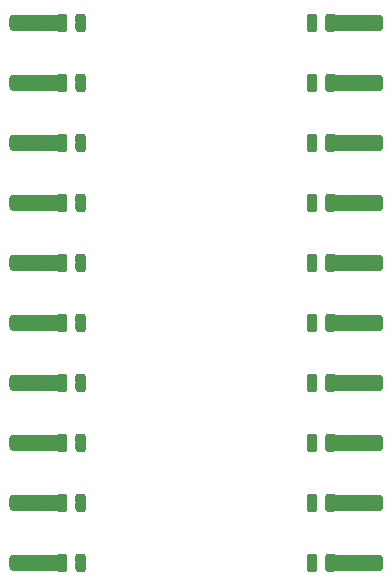
<source format=gtp>
G04 #@! TF.GenerationSoftware,KiCad,Pcbnew,5.1.9-73d0e3b20d~88~ubuntu20.04.1*
G04 #@! TF.CreationDate,2021-06-04T14:41:46+03:00*
G04 #@! TF.ProjectId,cable_to_square_pin,6361626c-655f-4746-9f5f-737175617265,rev?*
G04 #@! TF.SameCoordinates,Original*
G04 #@! TF.FileFunction,Paste,Top*
G04 #@! TF.FilePolarity,Positive*
%FSLAX46Y46*%
G04 Gerber Fmt 4.6, Leading zero omitted, Abs format (unit mm)*
G04 Created by KiCad (PCBNEW 5.1.9-73d0e3b20d~88~ubuntu20.04.1) date 2021-06-04 14:41:46*
%MOMM*%
%LPD*%
G01*
G04 APERTURE LIST*
G04 APERTURE END LIST*
G04 #@! TO.C,J1*
G36*
G01*
X107860000Y-121020000D02*
X111460000Y-121020000D01*
G75*
G02*
X111810000Y-121370000I0J-350000D01*
G01*
X111810000Y-122070000D01*
G75*
G02*
X111460000Y-122420000I-350000J0D01*
G01*
X107860000Y-122420000D01*
G75*
G02*
X107510000Y-122070000I0J350000D01*
G01*
X107510000Y-121370000D01*
G75*
G02*
X107860000Y-121020000I350000J0D01*
G01*
G37*
G04 #@! TD*
G04 #@! TO.C,C1*
G36*
G01*
X106910000Y-75956250D02*
X106910000Y-75443750D01*
G75*
G02*
X107128750Y-75225000I218750J0D01*
G01*
X107566250Y-75225000D01*
G75*
G02*
X107785000Y-75443750I0J-218750D01*
G01*
X107785000Y-75956250D01*
G75*
G02*
X107566250Y-76175000I-218750J0D01*
G01*
X107128750Y-76175000D01*
G75*
G02*
X106910000Y-75956250I0J218750D01*
G01*
G37*
G36*
G01*
X105335000Y-75956250D02*
X105335000Y-75443750D01*
G75*
G02*
X105553750Y-75225000I218750J0D01*
G01*
X105991250Y-75225000D01*
G75*
G02*
X106210000Y-75443750I0J-218750D01*
G01*
X106210000Y-75956250D01*
G75*
G02*
X105991250Y-76175000I-218750J0D01*
G01*
X105553750Y-76175000D01*
G75*
G02*
X105335000Y-75956250I0J218750D01*
G01*
G37*
G04 #@! TD*
G04 #@! TO.C,R1*
G36*
G01*
X106910000Y-76556250D02*
X106910000Y-76043750D01*
G75*
G02*
X107128750Y-75825000I218750J0D01*
G01*
X107566250Y-75825000D01*
G75*
G02*
X107785000Y-76043750I0J-218750D01*
G01*
X107785000Y-76556250D01*
G75*
G02*
X107566250Y-76775000I-218750J0D01*
G01*
X107128750Y-76775000D01*
G75*
G02*
X106910000Y-76556250I0J218750D01*
G01*
G37*
G36*
G01*
X105335000Y-76556250D02*
X105335000Y-76043750D01*
G75*
G02*
X105553750Y-75825000I218750J0D01*
G01*
X105991250Y-75825000D01*
G75*
G02*
X106210000Y-76043750I0J-218750D01*
G01*
X106210000Y-76556250D01*
G75*
G02*
X105991250Y-76775000I-218750J0D01*
G01*
X105553750Y-76775000D01*
G75*
G02*
X105335000Y-76556250I0J218750D01*
G01*
G37*
G04 #@! TD*
G04 #@! TO.C,J1*
G36*
G01*
X107860000Y-85460000D02*
X111460000Y-85460000D01*
G75*
G02*
X111810000Y-85810000I0J-350000D01*
G01*
X111810000Y-86510000D01*
G75*
G02*
X111460000Y-86860000I-350000J0D01*
G01*
X107860000Y-86860000D01*
G75*
G02*
X107510000Y-86510000I0J350000D01*
G01*
X107510000Y-85810000D01*
G75*
G02*
X107860000Y-85460000I350000J0D01*
G01*
G37*
G04 #@! TD*
G04 #@! TO.C,R1*
G36*
G01*
X105335000Y-112116250D02*
X105335000Y-111603750D01*
G75*
G02*
X105553750Y-111385000I218750J0D01*
G01*
X105991250Y-111385000D01*
G75*
G02*
X106210000Y-111603750I0J-218750D01*
G01*
X106210000Y-112116250D01*
G75*
G02*
X105991250Y-112335000I-218750J0D01*
G01*
X105553750Y-112335000D01*
G75*
G02*
X105335000Y-112116250I0J218750D01*
G01*
G37*
G36*
G01*
X106910000Y-112116250D02*
X106910000Y-111603750D01*
G75*
G02*
X107128750Y-111385000I218750J0D01*
G01*
X107566250Y-111385000D01*
G75*
G02*
X107785000Y-111603750I0J-218750D01*
G01*
X107785000Y-112116250D01*
G75*
G02*
X107566250Y-112335000I-218750J0D01*
G01*
X107128750Y-112335000D01*
G75*
G02*
X106910000Y-112116250I0J218750D01*
G01*
G37*
G04 #@! TD*
G04 #@! TO.C,R1*
G36*
G01*
X106910000Y-117196250D02*
X106910000Y-116683750D01*
G75*
G02*
X107128750Y-116465000I218750J0D01*
G01*
X107566250Y-116465000D01*
G75*
G02*
X107785000Y-116683750I0J-218750D01*
G01*
X107785000Y-117196250D01*
G75*
G02*
X107566250Y-117415000I-218750J0D01*
G01*
X107128750Y-117415000D01*
G75*
G02*
X106910000Y-117196250I0J218750D01*
G01*
G37*
G36*
G01*
X105335000Y-117196250D02*
X105335000Y-116683750D01*
G75*
G02*
X105553750Y-116465000I218750J0D01*
G01*
X105991250Y-116465000D01*
G75*
G02*
X106210000Y-116683750I0J-218750D01*
G01*
X106210000Y-117196250D01*
G75*
G02*
X105991250Y-117415000I-218750J0D01*
G01*
X105553750Y-117415000D01*
G75*
G02*
X105335000Y-117196250I0J218750D01*
G01*
G37*
G04 #@! TD*
G04 #@! TO.C,J1*
G36*
G01*
X107860000Y-80380000D02*
X111460000Y-80380000D01*
G75*
G02*
X111810000Y-80730000I0J-350000D01*
G01*
X111810000Y-81430000D01*
G75*
G02*
X111460000Y-81780000I-350000J0D01*
G01*
X107860000Y-81780000D01*
G75*
G02*
X107510000Y-81430000I0J350000D01*
G01*
X107510000Y-80730000D01*
G75*
G02*
X107860000Y-80380000I350000J0D01*
G01*
G37*
G04 #@! TD*
G04 #@! TO.C,R1*
G36*
G01*
X105335000Y-81636250D02*
X105335000Y-81123750D01*
G75*
G02*
X105553750Y-80905000I218750J0D01*
G01*
X105991250Y-80905000D01*
G75*
G02*
X106210000Y-81123750I0J-218750D01*
G01*
X106210000Y-81636250D01*
G75*
G02*
X105991250Y-81855000I-218750J0D01*
G01*
X105553750Y-81855000D01*
G75*
G02*
X105335000Y-81636250I0J218750D01*
G01*
G37*
G36*
G01*
X106910000Y-81636250D02*
X106910000Y-81123750D01*
G75*
G02*
X107128750Y-80905000I218750J0D01*
G01*
X107566250Y-80905000D01*
G75*
G02*
X107785000Y-81123750I0J-218750D01*
G01*
X107785000Y-81636250D01*
G75*
G02*
X107566250Y-81855000I-218750J0D01*
G01*
X107128750Y-81855000D01*
G75*
G02*
X106910000Y-81636250I0J218750D01*
G01*
G37*
G04 #@! TD*
G04 #@! TO.C,J1*
G36*
G01*
X107860000Y-95620000D02*
X111460000Y-95620000D01*
G75*
G02*
X111810000Y-95970000I0J-350000D01*
G01*
X111810000Y-96670000D01*
G75*
G02*
X111460000Y-97020000I-350000J0D01*
G01*
X107860000Y-97020000D01*
G75*
G02*
X107510000Y-96670000I0J350000D01*
G01*
X107510000Y-95970000D01*
G75*
G02*
X107860000Y-95620000I350000J0D01*
G01*
G37*
G04 #@! TD*
G04 #@! TO.C,R1*
G36*
G01*
X105335000Y-91796250D02*
X105335000Y-91283750D01*
G75*
G02*
X105553750Y-91065000I218750J0D01*
G01*
X105991250Y-91065000D01*
G75*
G02*
X106210000Y-91283750I0J-218750D01*
G01*
X106210000Y-91796250D01*
G75*
G02*
X105991250Y-92015000I-218750J0D01*
G01*
X105553750Y-92015000D01*
G75*
G02*
X105335000Y-91796250I0J218750D01*
G01*
G37*
G36*
G01*
X106910000Y-91796250D02*
X106910000Y-91283750D01*
G75*
G02*
X107128750Y-91065000I218750J0D01*
G01*
X107566250Y-91065000D01*
G75*
G02*
X107785000Y-91283750I0J-218750D01*
G01*
X107785000Y-91796250D01*
G75*
G02*
X107566250Y-92015000I-218750J0D01*
G01*
X107128750Y-92015000D01*
G75*
G02*
X106910000Y-91796250I0J218750D01*
G01*
G37*
G04 #@! TD*
G04 #@! TO.C,J1*
G36*
G01*
X107860000Y-100700000D02*
X111460000Y-100700000D01*
G75*
G02*
X111810000Y-101050000I0J-350000D01*
G01*
X111810000Y-101750000D01*
G75*
G02*
X111460000Y-102100000I-350000J0D01*
G01*
X107860000Y-102100000D01*
G75*
G02*
X107510000Y-101750000I0J350000D01*
G01*
X107510000Y-101050000D01*
G75*
G02*
X107860000Y-100700000I350000J0D01*
G01*
G37*
G04 #@! TD*
G04 #@! TO.C,J1*
G36*
G01*
X107860000Y-115940000D02*
X111460000Y-115940000D01*
G75*
G02*
X111810000Y-116290000I0J-350000D01*
G01*
X111810000Y-116990000D01*
G75*
G02*
X111460000Y-117340000I-350000J0D01*
G01*
X107860000Y-117340000D01*
G75*
G02*
X107510000Y-116990000I0J350000D01*
G01*
X107510000Y-116290000D01*
G75*
G02*
X107860000Y-115940000I350000J0D01*
G01*
G37*
G04 #@! TD*
G04 #@! TO.C,C1*
G36*
G01*
X105335000Y-111516250D02*
X105335000Y-111003750D01*
G75*
G02*
X105553750Y-110785000I218750J0D01*
G01*
X105991250Y-110785000D01*
G75*
G02*
X106210000Y-111003750I0J-218750D01*
G01*
X106210000Y-111516250D01*
G75*
G02*
X105991250Y-111735000I-218750J0D01*
G01*
X105553750Y-111735000D01*
G75*
G02*
X105335000Y-111516250I0J218750D01*
G01*
G37*
G36*
G01*
X106910000Y-111516250D02*
X106910000Y-111003750D01*
G75*
G02*
X107128750Y-110785000I218750J0D01*
G01*
X107566250Y-110785000D01*
G75*
G02*
X107785000Y-111003750I0J-218750D01*
G01*
X107785000Y-111516250D01*
G75*
G02*
X107566250Y-111735000I-218750J0D01*
G01*
X107128750Y-111735000D01*
G75*
G02*
X106910000Y-111516250I0J218750D01*
G01*
G37*
G04 #@! TD*
G04 #@! TO.C,C1*
G36*
G01*
X106910000Y-96276250D02*
X106910000Y-95763750D01*
G75*
G02*
X107128750Y-95545000I218750J0D01*
G01*
X107566250Y-95545000D01*
G75*
G02*
X107785000Y-95763750I0J-218750D01*
G01*
X107785000Y-96276250D01*
G75*
G02*
X107566250Y-96495000I-218750J0D01*
G01*
X107128750Y-96495000D01*
G75*
G02*
X106910000Y-96276250I0J218750D01*
G01*
G37*
G36*
G01*
X105335000Y-96276250D02*
X105335000Y-95763750D01*
G75*
G02*
X105553750Y-95545000I218750J0D01*
G01*
X105991250Y-95545000D01*
G75*
G02*
X106210000Y-95763750I0J-218750D01*
G01*
X106210000Y-96276250D01*
G75*
G02*
X105991250Y-96495000I-218750J0D01*
G01*
X105553750Y-96495000D01*
G75*
G02*
X105335000Y-96276250I0J218750D01*
G01*
G37*
G04 #@! TD*
G04 #@! TO.C,C1*
G36*
G01*
X105335000Y-81036250D02*
X105335000Y-80523750D01*
G75*
G02*
X105553750Y-80305000I218750J0D01*
G01*
X105991250Y-80305000D01*
G75*
G02*
X106210000Y-80523750I0J-218750D01*
G01*
X106210000Y-81036250D01*
G75*
G02*
X105991250Y-81255000I-218750J0D01*
G01*
X105553750Y-81255000D01*
G75*
G02*
X105335000Y-81036250I0J218750D01*
G01*
G37*
G36*
G01*
X106910000Y-81036250D02*
X106910000Y-80523750D01*
G75*
G02*
X107128750Y-80305000I218750J0D01*
G01*
X107566250Y-80305000D01*
G75*
G02*
X107785000Y-80523750I0J-218750D01*
G01*
X107785000Y-81036250D01*
G75*
G02*
X107566250Y-81255000I-218750J0D01*
G01*
X107128750Y-81255000D01*
G75*
G02*
X106910000Y-81036250I0J218750D01*
G01*
G37*
G04 #@! TD*
G04 #@! TO.C,J1*
G36*
G01*
X107860000Y-75300000D02*
X111460000Y-75300000D01*
G75*
G02*
X111810000Y-75650000I0J-350000D01*
G01*
X111810000Y-76350000D01*
G75*
G02*
X111460000Y-76700000I-350000J0D01*
G01*
X107860000Y-76700000D01*
G75*
G02*
X107510000Y-76350000I0J350000D01*
G01*
X107510000Y-75650000D01*
G75*
G02*
X107860000Y-75300000I350000J0D01*
G01*
G37*
G04 #@! TD*
G04 #@! TO.C,R1*
G36*
G01*
X106910000Y-107036250D02*
X106910000Y-106523750D01*
G75*
G02*
X107128750Y-106305000I218750J0D01*
G01*
X107566250Y-106305000D01*
G75*
G02*
X107785000Y-106523750I0J-218750D01*
G01*
X107785000Y-107036250D01*
G75*
G02*
X107566250Y-107255000I-218750J0D01*
G01*
X107128750Y-107255000D01*
G75*
G02*
X106910000Y-107036250I0J218750D01*
G01*
G37*
G36*
G01*
X105335000Y-107036250D02*
X105335000Y-106523750D01*
G75*
G02*
X105553750Y-106305000I218750J0D01*
G01*
X105991250Y-106305000D01*
G75*
G02*
X106210000Y-106523750I0J-218750D01*
G01*
X106210000Y-107036250D01*
G75*
G02*
X105991250Y-107255000I-218750J0D01*
G01*
X105553750Y-107255000D01*
G75*
G02*
X105335000Y-107036250I0J218750D01*
G01*
G37*
G04 #@! TD*
G04 #@! TO.C,J1*
G36*
G01*
X107860000Y-110860000D02*
X111460000Y-110860000D01*
G75*
G02*
X111810000Y-111210000I0J-350000D01*
G01*
X111810000Y-111910000D01*
G75*
G02*
X111460000Y-112260000I-350000J0D01*
G01*
X107860000Y-112260000D01*
G75*
G02*
X107510000Y-111910000I0J350000D01*
G01*
X107510000Y-111210000D01*
G75*
G02*
X107860000Y-110860000I350000J0D01*
G01*
G37*
G04 #@! TD*
G04 #@! TO.C,J1*
G36*
G01*
X107860000Y-90540000D02*
X111460000Y-90540000D01*
G75*
G02*
X111810000Y-90890000I0J-350000D01*
G01*
X111810000Y-91590000D01*
G75*
G02*
X111460000Y-91940000I-350000J0D01*
G01*
X107860000Y-91940000D01*
G75*
G02*
X107510000Y-91590000I0J350000D01*
G01*
X107510000Y-90890000D01*
G75*
G02*
X107860000Y-90540000I350000J0D01*
G01*
G37*
G04 #@! TD*
G04 #@! TO.C,C1*
G36*
G01*
X105335000Y-101356250D02*
X105335000Y-100843750D01*
G75*
G02*
X105553750Y-100625000I218750J0D01*
G01*
X105991250Y-100625000D01*
G75*
G02*
X106210000Y-100843750I0J-218750D01*
G01*
X106210000Y-101356250D01*
G75*
G02*
X105991250Y-101575000I-218750J0D01*
G01*
X105553750Y-101575000D01*
G75*
G02*
X105335000Y-101356250I0J218750D01*
G01*
G37*
G36*
G01*
X106910000Y-101356250D02*
X106910000Y-100843750D01*
G75*
G02*
X107128750Y-100625000I218750J0D01*
G01*
X107566250Y-100625000D01*
G75*
G02*
X107785000Y-100843750I0J-218750D01*
G01*
X107785000Y-101356250D01*
G75*
G02*
X107566250Y-101575000I-218750J0D01*
G01*
X107128750Y-101575000D01*
G75*
G02*
X106910000Y-101356250I0J218750D01*
G01*
G37*
G04 #@! TD*
G04 #@! TO.C,C1*
G36*
G01*
X105335000Y-91196250D02*
X105335000Y-90683750D01*
G75*
G02*
X105553750Y-90465000I218750J0D01*
G01*
X105991250Y-90465000D01*
G75*
G02*
X106210000Y-90683750I0J-218750D01*
G01*
X106210000Y-91196250D01*
G75*
G02*
X105991250Y-91415000I-218750J0D01*
G01*
X105553750Y-91415000D01*
G75*
G02*
X105335000Y-91196250I0J218750D01*
G01*
G37*
G36*
G01*
X106910000Y-91196250D02*
X106910000Y-90683750D01*
G75*
G02*
X107128750Y-90465000I218750J0D01*
G01*
X107566250Y-90465000D01*
G75*
G02*
X107785000Y-90683750I0J-218750D01*
G01*
X107785000Y-91196250D01*
G75*
G02*
X107566250Y-91415000I-218750J0D01*
G01*
X107128750Y-91415000D01*
G75*
G02*
X106910000Y-91196250I0J218750D01*
G01*
G37*
G04 #@! TD*
G04 #@! TO.C,C1*
G36*
G01*
X106910000Y-116596250D02*
X106910000Y-116083750D01*
G75*
G02*
X107128750Y-115865000I218750J0D01*
G01*
X107566250Y-115865000D01*
G75*
G02*
X107785000Y-116083750I0J-218750D01*
G01*
X107785000Y-116596250D01*
G75*
G02*
X107566250Y-116815000I-218750J0D01*
G01*
X107128750Y-116815000D01*
G75*
G02*
X106910000Y-116596250I0J218750D01*
G01*
G37*
G36*
G01*
X105335000Y-116596250D02*
X105335000Y-116083750D01*
G75*
G02*
X105553750Y-115865000I218750J0D01*
G01*
X105991250Y-115865000D01*
G75*
G02*
X106210000Y-116083750I0J-218750D01*
G01*
X106210000Y-116596250D01*
G75*
G02*
X105991250Y-116815000I-218750J0D01*
G01*
X105553750Y-116815000D01*
G75*
G02*
X105335000Y-116596250I0J218750D01*
G01*
G37*
G04 #@! TD*
G04 #@! TO.C,J1*
G36*
G01*
X107860000Y-105780000D02*
X111460000Y-105780000D01*
G75*
G02*
X111810000Y-106130000I0J-350000D01*
G01*
X111810000Y-106830000D01*
G75*
G02*
X111460000Y-107180000I-350000J0D01*
G01*
X107860000Y-107180000D01*
G75*
G02*
X107510000Y-106830000I0J350000D01*
G01*
X107510000Y-106130000D01*
G75*
G02*
X107860000Y-105780000I350000J0D01*
G01*
G37*
G04 #@! TD*
G04 #@! TO.C,R1*
G36*
G01*
X106910000Y-86716250D02*
X106910000Y-86203750D01*
G75*
G02*
X107128750Y-85985000I218750J0D01*
G01*
X107566250Y-85985000D01*
G75*
G02*
X107785000Y-86203750I0J-218750D01*
G01*
X107785000Y-86716250D01*
G75*
G02*
X107566250Y-86935000I-218750J0D01*
G01*
X107128750Y-86935000D01*
G75*
G02*
X106910000Y-86716250I0J218750D01*
G01*
G37*
G36*
G01*
X105335000Y-86716250D02*
X105335000Y-86203750D01*
G75*
G02*
X105553750Y-85985000I218750J0D01*
G01*
X105991250Y-85985000D01*
G75*
G02*
X106210000Y-86203750I0J-218750D01*
G01*
X106210000Y-86716250D01*
G75*
G02*
X105991250Y-86935000I-218750J0D01*
G01*
X105553750Y-86935000D01*
G75*
G02*
X105335000Y-86716250I0J218750D01*
G01*
G37*
G04 #@! TD*
G04 #@! TO.C,C1*
G36*
G01*
X106910000Y-106436250D02*
X106910000Y-105923750D01*
G75*
G02*
X107128750Y-105705000I218750J0D01*
G01*
X107566250Y-105705000D01*
G75*
G02*
X107785000Y-105923750I0J-218750D01*
G01*
X107785000Y-106436250D01*
G75*
G02*
X107566250Y-106655000I-218750J0D01*
G01*
X107128750Y-106655000D01*
G75*
G02*
X106910000Y-106436250I0J218750D01*
G01*
G37*
G36*
G01*
X105335000Y-106436250D02*
X105335000Y-105923750D01*
G75*
G02*
X105553750Y-105705000I218750J0D01*
G01*
X105991250Y-105705000D01*
G75*
G02*
X106210000Y-105923750I0J-218750D01*
G01*
X106210000Y-106436250D01*
G75*
G02*
X105991250Y-106655000I-218750J0D01*
G01*
X105553750Y-106655000D01*
G75*
G02*
X105335000Y-106436250I0J218750D01*
G01*
G37*
G04 #@! TD*
G04 #@! TO.C,R1*
G36*
G01*
X105335000Y-122276250D02*
X105335000Y-121763750D01*
G75*
G02*
X105553750Y-121545000I218750J0D01*
G01*
X105991250Y-121545000D01*
G75*
G02*
X106210000Y-121763750I0J-218750D01*
G01*
X106210000Y-122276250D01*
G75*
G02*
X105991250Y-122495000I-218750J0D01*
G01*
X105553750Y-122495000D01*
G75*
G02*
X105335000Y-122276250I0J218750D01*
G01*
G37*
G36*
G01*
X106910000Y-122276250D02*
X106910000Y-121763750D01*
G75*
G02*
X107128750Y-121545000I218750J0D01*
G01*
X107566250Y-121545000D01*
G75*
G02*
X107785000Y-121763750I0J-218750D01*
G01*
X107785000Y-122276250D01*
G75*
G02*
X107566250Y-122495000I-218750J0D01*
G01*
X107128750Y-122495000D01*
G75*
G02*
X106910000Y-122276250I0J218750D01*
G01*
G37*
G04 #@! TD*
G04 #@! TO.C,R1*
G36*
G01*
X105335000Y-101956250D02*
X105335000Y-101443750D01*
G75*
G02*
X105553750Y-101225000I218750J0D01*
G01*
X105991250Y-101225000D01*
G75*
G02*
X106210000Y-101443750I0J-218750D01*
G01*
X106210000Y-101956250D01*
G75*
G02*
X105991250Y-102175000I-218750J0D01*
G01*
X105553750Y-102175000D01*
G75*
G02*
X105335000Y-101956250I0J218750D01*
G01*
G37*
G36*
G01*
X106910000Y-101956250D02*
X106910000Y-101443750D01*
G75*
G02*
X107128750Y-101225000I218750J0D01*
G01*
X107566250Y-101225000D01*
G75*
G02*
X107785000Y-101443750I0J-218750D01*
G01*
X107785000Y-101956250D01*
G75*
G02*
X107566250Y-102175000I-218750J0D01*
G01*
X107128750Y-102175000D01*
G75*
G02*
X106910000Y-101956250I0J218750D01*
G01*
G37*
G04 #@! TD*
G04 #@! TO.C,C1*
G36*
G01*
X105335000Y-121676250D02*
X105335000Y-121163750D01*
G75*
G02*
X105553750Y-120945000I218750J0D01*
G01*
X105991250Y-120945000D01*
G75*
G02*
X106210000Y-121163750I0J-218750D01*
G01*
X106210000Y-121676250D01*
G75*
G02*
X105991250Y-121895000I-218750J0D01*
G01*
X105553750Y-121895000D01*
G75*
G02*
X105335000Y-121676250I0J218750D01*
G01*
G37*
G36*
G01*
X106910000Y-121676250D02*
X106910000Y-121163750D01*
G75*
G02*
X107128750Y-120945000I218750J0D01*
G01*
X107566250Y-120945000D01*
G75*
G02*
X107785000Y-121163750I0J-218750D01*
G01*
X107785000Y-121676250D01*
G75*
G02*
X107566250Y-121895000I-218750J0D01*
G01*
X107128750Y-121895000D01*
G75*
G02*
X106910000Y-121676250I0J218750D01*
G01*
G37*
G04 #@! TD*
G04 #@! TO.C,C1*
G36*
G01*
X106910000Y-86116250D02*
X106910000Y-85603750D01*
G75*
G02*
X107128750Y-85385000I218750J0D01*
G01*
X107566250Y-85385000D01*
G75*
G02*
X107785000Y-85603750I0J-218750D01*
G01*
X107785000Y-86116250D01*
G75*
G02*
X107566250Y-86335000I-218750J0D01*
G01*
X107128750Y-86335000D01*
G75*
G02*
X106910000Y-86116250I0J218750D01*
G01*
G37*
G36*
G01*
X105335000Y-86116250D02*
X105335000Y-85603750D01*
G75*
G02*
X105553750Y-85385000I218750J0D01*
G01*
X105991250Y-85385000D01*
G75*
G02*
X106210000Y-85603750I0J-218750D01*
G01*
X106210000Y-86116250D01*
G75*
G02*
X105991250Y-86335000I-218750J0D01*
G01*
X105553750Y-86335000D01*
G75*
G02*
X105335000Y-86116250I0J218750D01*
G01*
G37*
G04 #@! TD*
G04 #@! TO.C,R1*
G36*
G01*
X106910000Y-96876250D02*
X106910000Y-96363750D01*
G75*
G02*
X107128750Y-96145000I218750J0D01*
G01*
X107566250Y-96145000D01*
G75*
G02*
X107785000Y-96363750I0J-218750D01*
G01*
X107785000Y-96876250D01*
G75*
G02*
X107566250Y-97095000I-218750J0D01*
G01*
X107128750Y-97095000D01*
G75*
G02*
X106910000Y-96876250I0J218750D01*
G01*
G37*
G36*
G01*
X105335000Y-96876250D02*
X105335000Y-96363750D01*
G75*
G02*
X105553750Y-96145000I218750J0D01*
G01*
X105991250Y-96145000D01*
G75*
G02*
X106210000Y-96363750I0J-218750D01*
G01*
X106210000Y-96876250D01*
G75*
G02*
X105991250Y-97095000I-218750J0D01*
G01*
X105553750Y-97095000D01*
G75*
G02*
X105335000Y-96876250I0J218750D01*
G01*
G37*
G04 #@! TD*
G04 #@! TO.C,J1*
G36*
G01*
X84100000Y-117340000D02*
X80500000Y-117340000D01*
G75*
G02*
X80150000Y-116990000I0J350000D01*
G01*
X80150000Y-116290000D01*
G75*
G02*
X80500000Y-115940000I350000J0D01*
G01*
X84100000Y-115940000D01*
G75*
G02*
X84450000Y-116290000I0J-350000D01*
G01*
X84450000Y-116990000D01*
G75*
G02*
X84100000Y-117340000I-350000J0D01*
G01*
G37*
G04 #@! TD*
G04 #@! TO.C,R1*
G36*
G01*
X86625000Y-121163750D02*
X86625000Y-121676250D01*
G75*
G02*
X86406250Y-121895000I-218750J0D01*
G01*
X85968750Y-121895000D01*
G75*
G02*
X85750000Y-121676250I0J218750D01*
G01*
X85750000Y-121163750D01*
G75*
G02*
X85968750Y-120945000I218750J0D01*
G01*
X86406250Y-120945000D01*
G75*
G02*
X86625000Y-121163750I0J-218750D01*
G01*
G37*
G36*
G01*
X85050000Y-121163750D02*
X85050000Y-121676250D01*
G75*
G02*
X84831250Y-121895000I-218750J0D01*
G01*
X84393750Y-121895000D01*
G75*
G02*
X84175000Y-121676250I0J218750D01*
G01*
X84175000Y-121163750D01*
G75*
G02*
X84393750Y-120945000I218750J0D01*
G01*
X84831250Y-120945000D01*
G75*
G02*
X85050000Y-121163750I0J-218750D01*
G01*
G37*
G04 #@! TD*
G04 #@! TO.C,J1*
G36*
G01*
X84100000Y-112260000D02*
X80500000Y-112260000D01*
G75*
G02*
X80150000Y-111910000I0J350000D01*
G01*
X80150000Y-111210000D01*
G75*
G02*
X80500000Y-110860000I350000J0D01*
G01*
X84100000Y-110860000D01*
G75*
G02*
X84450000Y-111210000I0J-350000D01*
G01*
X84450000Y-111910000D01*
G75*
G02*
X84100000Y-112260000I-350000J0D01*
G01*
G37*
G04 #@! TD*
G04 #@! TO.C,C1*
G36*
G01*
X85050000Y-116683750D02*
X85050000Y-117196250D01*
G75*
G02*
X84831250Y-117415000I-218750J0D01*
G01*
X84393750Y-117415000D01*
G75*
G02*
X84175000Y-117196250I0J218750D01*
G01*
X84175000Y-116683750D01*
G75*
G02*
X84393750Y-116465000I218750J0D01*
G01*
X84831250Y-116465000D01*
G75*
G02*
X85050000Y-116683750I0J-218750D01*
G01*
G37*
G36*
G01*
X86625000Y-116683750D02*
X86625000Y-117196250D01*
G75*
G02*
X86406250Y-117415000I-218750J0D01*
G01*
X85968750Y-117415000D01*
G75*
G02*
X85750000Y-117196250I0J218750D01*
G01*
X85750000Y-116683750D01*
G75*
G02*
X85968750Y-116465000I218750J0D01*
G01*
X86406250Y-116465000D01*
G75*
G02*
X86625000Y-116683750I0J-218750D01*
G01*
G37*
G04 #@! TD*
G04 #@! TO.C,J1*
G36*
G01*
X84100000Y-122420000D02*
X80500000Y-122420000D01*
G75*
G02*
X80150000Y-122070000I0J350000D01*
G01*
X80150000Y-121370000D01*
G75*
G02*
X80500000Y-121020000I350000J0D01*
G01*
X84100000Y-121020000D01*
G75*
G02*
X84450000Y-121370000I0J-350000D01*
G01*
X84450000Y-122070000D01*
G75*
G02*
X84100000Y-122420000I-350000J0D01*
G01*
G37*
G04 #@! TD*
G04 #@! TO.C,C1*
G36*
G01*
X86625000Y-111603750D02*
X86625000Y-112116250D01*
G75*
G02*
X86406250Y-112335000I-218750J0D01*
G01*
X85968750Y-112335000D01*
G75*
G02*
X85750000Y-112116250I0J218750D01*
G01*
X85750000Y-111603750D01*
G75*
G02*
X85968750Y-111385000I218750J0D01*
G01*
X86406250Y-111385000D01*
G75*
G02*
X86625000Y-111603750I0J-218750D01*
G01*
G37*
G36*
G01*
X85050000Y-111603750D02*
X85050000Y-112116250D01*
G75*
G02*
X84831250Y-112335000I-218750J0D01*
G01*
X84393750Y-112335000D01*
G75*
G02*
X84175000Y-112116250I0J218750D01*
G01*
X84175000Y-111603750D01*
G75*
G02*
X84393750Y-111385000I218750J0D01*
G01*
X84831250Y-111385000D01*
G75*
G02*
X85050000Y-111603750I0J-218750D01*
G01*
G37*
G04 #@! TD*
G04 #@! TO.C,C1*
G36*
G01*
X86625000Y-121763750D02*
X86625000Y-122276250D01*
G75*
G02*
X86406250Y-122495000I-218750J0D01*
G01*
X85968750Y-122495000D01*
G75*
G02*
X85750000Y-122276250I0J218750D01*
G01*
X85750000Y-121763750D01*
G75*
G02*
X85968750Y-121545000I218750J0D01*
G01*
X86406250Y-121545000D01*
G75*
G02*
X86625000Y-121763750I0J-218750D01*
G01*
G37*
G36*
G01*
X85050000Y-121763750D02*
X85050000Y-122276250D01*
G75*
G02*
X84831250Y-122495000I-218750J0D01*
G01*
X84393750Y-122495000D01*
G75*
G02*
X84175000Y-122276250I0J218750D01*
G01*
X84175000Y-121763750D01*
G75*
G02*
X84393750Y-121545000I218750J0D01*
G01*
X84831250Y-121545000D01*
G75*
G02*
X85050000Y-121763750I0J-218750D01*
G01*
G37*
G04 #@! TD*
G04 #@! TO.C,R1*
G36*
G01*
X86625000Y-111003750D02*
X86625000Y-111516250D01*
G75*
G02*
X86406250Y-111735000I-218750J0D01*
G01*
X85968750Y-111735000D01*
G75*
G02*
X85750000Y-111516250I0J218750D01*
G01*
X85750000Y-111003750D01*
G75*
G02*
X85968750Y-110785000I218750J0D01*
G01*
X86406250Y-110785000D01*
G75*
G02*
X86625000Y-111003750I0J-218750D01*
G01*
G37*
G36*
G01*
X85050000Y-111003750D02*
X85050000Y-111516250D01*
G75*
G02*
X84831250Y-111735000I-218750J0D01*
G01*
X84393750Y-111735000D01*
G75*
G02*
X84175000Y-111516250I0J218750D01*
G01*
X84175000Y-111003750D01*
G75*
G02*
X84393750Y-110785000I218750J0D01*
G01*
X84831250Y-110785000D01*
G75*
G02*
X85050000Y-111003750I0J-218750D01*
G01*
G37*
G04 #@! TD*
G04 #@! TO.C,R1*
G36*
G01*
X85050000Y-116083750D02*
X85050000Y-116596250D01*
G75*
G02*
X84831250Y-116815000I-218750J0D01*
G01*
X84393750Y-116815000D01*
G75*
G02*
X84175000Y-116596250I0J218750D01*
G01*
X84175000Y-116083750D01*
G75*
G02*
X84393750Y-115865000I218750J0D01*
G01*
X84831250Y-115865000D01*
G75*
G02*
X85050000Y-116083750I0J-218750D01*
G01*
G37*
G36*
G01*
X86625000Y-116083750D02*
X86625000Y-116596250D01*
G75*
G02*
X86406250Y-116815000I-218750J0D01*
G01*
X85968750Y-116815000D01*
G75*
G02*
X85750000Y-116596250I0J218750D01*
G01*
X85750000Y-116083750D01*
G75*
G02*
X85968750Y-115865000I218750J0D01*
G01*
X86406250Y-115865000D01*
G75*
G02*
X86625000Y-116083750I0J-218750D01*
G01*
G37*
G04 #@! TD*
G04 #@! TO.C,R1*
G36*
G01*
X86625000Y-100843750D02*
X86625000Y-101356250D01*
G75*
G02*
X86406250Y-101575000I-218750J0D01*
G01*
X85968750Y-101575000D01*
G75*
G02*
X85750000Y-101356250I0J218750D01*
G01*
X85750000Y-100843750D01*
G75*
G02*
X85968750Y-100625000I218750J0D01*
G01*
X86406250Y-100625000D01*
G75*
G02*
X86625000Y-100843750I0J-218750D01*
G01*
G37*
G36*
G01*
X85050000Y-100843750D02*
X85050000Y-101356250D01*
G75*
G02*
X84831250Y-101575000I-218750J0D01*
G01*
X84393750Y-101575000D01*
G75*
G02*
X84175000Y-101356250I0J218750D01*
G01*
X84175000Y-100843750D01*
G75*
G02*
X84393750Y-100625000I218750J0D01*
G01*
X84831250Y-100625000D01*
G75*
G02*
X85050000Y-100843750I0J-218750D01*
G01*
G37*
G04 #@! TD*
G04 #@! TO.C,R1*
G36*
G01*
X85050000Y-95763750D02*
X85050000Y-96276250D01*
G75*
G02*
X84831250Y-96495000I-218750J0D01*
G01*
X84393750Y-96495000D01*
G75*
G02*
X84175000Y-96276250I0J218750D01*
G01*
X84175000Y-95763750D01*
G75*
G02*
X84393750Y-95545000I218750J0D01*
G01*
X84831250Y-95545000D01*
G75*
G02*
X85050000Y-95763750I0J-218750D01*
G01*
G37*
G36*
G01*
X86625000Y-95763750D02*
X86625000Y-96276250D01*
G75*
G02*
X86406250Y-96495000I-218750J0D01*
G01*
X85968750Y-96495000D01*
G75*
G02*
X85750000Y-96276250I0J218750D01*
G01*
X85750000Y-95763750D01*
G75*
G02*
X85968750Y-95545000I218750J0D01*
G01*
X86406250Y-95545000D01*
G75*
G02*
X86625000Y-95763750I0J-218750D01*
G01*
G37*
G04 #@! TD*
G04 #@! TO.C,J1*
G36*
G01*
X84100000Y-97020000D02*
X80500000Y-97020000D01*
G75*
G02*
X80150000Y-96670000I0J350000D01*
G01*
X80150000Y-95970000D01*
G75*
G02*
X80500000Y-95620000I350000J0D01*
G01*
X84100000Y-95620000D01*
G75*
G02*
X84450000Y-95970000I0J-350000D01*
G01*
X84450000Y-96670000D01*
G75*
G02*
X84100000Y-97020000I-350000J0D01*
G01*
G37*
G04 #@! TD*
G04 #@! TO.C,C1*
G36*
G01*
X86625000Y-101443750D02*
X86625000Y-101956250D01*
G75*
G02*
X86406250Y-102175000I-218750J0D01*
G01*
X85968750Y-102175000D01*
G75*
G02*
X85750000Y-101956250I0J218750D01*
G01*
X85750000Y-101443750D01*
G75*
G02*
X85968750Y-101225000I218750J0D01*
G01*
X86406250Y-101225000D01*
G75*
G02*
X86625000Y-101443750I0J-218750D01*
G01*
G37*
G36*
G01*
X85050000Y-101443750D02*
X85050000Y-101956250D01*
G75*
G02*
X84831250Y-102175000I-218750J0D01*
G01*
X84393750Y-102175000D01*
G75*
G02*
X84175000Y-101956250I0J218750D01*
G01*
X84175000Y-101443750D01*
G75*
G02*
X84393750Y-101225000I218750J0D01*
G01*
X84831250Y-101225000D01*
G75*
G02*
X85050000Y-101443750I0J-218750D01*
G01*
G37*
G04 #@! TD*
G04 #@! TO.C,R1*
G36*
G01*
X85050000Y-105923750D02*
X85050000Y-106436250D01*
G75*
G02*
X84831250Y-106655000I-218750J0D01*
G01*
X84393750Y-106655000D01*
G75*
G02*
X84175000Y-106436250I0J218750D01*
G01*
X84175000Y-105923750D01*
G75*
G02*
X84393750Y-105705000I218750J0D01*
G01*
X84831250Y-105705000D01*
G75*
G02*
X85050000Y-105923750I0J-218750D01*
G01*
G37*
G36*
G01*
X86625000Y-105923750D02*
X86625000Y-106436250D01*
G75*
G02*
X86406250Y-106655000I-218750J0D01*
G01*
X85968750Y-106655000D01*
G75*
G02*
X85750000Y-106436250I0J218750D01*
G01*
X85750000Y-105923750D01*
G75*
G02*
X85968750Y-105705000I218750J0D01*
G01*
X86406250Y-105705000D01*
G75*
G02*
X86625000Y-105923750I0J-218750D01*
G01*
G37*
G04 #@! TD*
G04 #@! TO.C,J1*
G36*
G01*
X84100000Y-102100000D02*
X80500000Y-102100000D01*
G75*
G02*
X80150000Y-101750000I0J350000D01*
G01*
X80150000Y-101050000D01*
G75*
G02*
X80500000Y-100700000I350000J0D01*
G01*
X84100000Y-100700000D01*
G75*
G02*
X84450000Y-101050000I0J-350000D01*
G01*
X84450000Y-101750000D01*
G75*
G02*
X84100000Y-102100000I-350000J0D01*
G01*
G37*
G04 #@! TD*
G04 #@! TO.C,C1*
G36*
G01*
X85050000Y-96363750D02*
X85050000Y-96876250D01*
G75*
G02*
X84831250Y-97095000I-218750J0D01*
G01*
X84393750Y-97095000D01*
G75*
G02*
X84175000Y-96876250I0J218750D01*
G01*
X84175000Y-96363750D01*
G75*
G02*
X84393750Y-96145000I218750J0D01*
G01*
X84831250Y-96145000D01*
G75*
G02*
X85050000Y-96363750I0J-218750D01*
G01*
G37*
G36*
G01*
X86625000Y-96363750D02*
X86625000Y-96876250D01*
G75*
G02*
X86406250Y-97095000I-218750J0D01*
G01*
X85968750Y-97095000D01*
G75*
G02*
X85750000Y-96876250I0J218750D01*
G01*
X85750000Y-96363750D01*
G75*
G02*
X85968750Y-96145000I218750J0D01*
G01*
X86406250Y-96145000D01*
G75*
G02*
X86625000Y-96363750I0J-218750D01*
G01*
G37*
G04 #@! TD*
G04 #@! TO.C,J1*
G36*
G01*
X84100000Y-107180000D02*
X80500000Y-107180000D01*
G75*
G02*
X80150000Y-106830000I0J350000D01*
G01*
X80150000Y-106130000D01*
G75*
G02*
X80500000Y-105780000I350000J0D01*
G01*
X84100000Y-105780000D01*
G75*
G02*
X84450000Y-106130000I0J-350000D01*
G01*
X84450000Y-106830000D01*
G75*
G02*
X84100000Y-107180000I-350000J0D01*
G01*
G37*
G04 #@! TD*
G04 #@! TO.C,C1*
G36*
G01*
X85050000Y-106523750D02*
X85050000Y-107036250D01*
G75*
G02*
X84831250Y-107255000I-218750J0D01*
G01*
X84393750Y-107255000D01*
G75*
G02*
X84175000Y-107036250I0J218750D01*
G01*
X84175000Y-106523750D01*
G75*
G02*
X84393750Y-106305000I218750J0D01*
G01*
X84831250Y-106305000D01*
G75*
G02*
X85050000Y-106523750I0J-218750D01*
G01*
G37*
G36*
G01*
X86625000Y-106523750D02*
X86625000Y-107036250D01*
G75*
G02*
X86406250Y-107255000I-218750J0D01*
G01*
X85968750Y-107255000D01*
G75*
G02*
X85750000Y-107036250I0J218750D01*
G01*
X85750000Y-106523750D01*
G75*
G02*
X85968750Y-106305000I218750J0D01*
G01*
X86406250Y-106305000D01*
G75*
G02*
X86625000Y-106523750I0J-218750D01*
G01*
G37*
G04 #@! TD*
G04 #@! TO.C,R1*
G36*
G01*
X86625000Y-90683750D02*
X86625000Y-91196250D01*
G75*
G02*
X86406250Y-91415000I-218750J0D01*
G01*
X85968750Y-91415000D01*
G75*
G02*
X85750000Y-91196250I0J218750D01*
G01*
X85750000Y-90683750D01*
G75*
G02*
X85968750Y-90465000I218750J0D01*
G01*
X86406250Y-90465000D01*
G75*
G02*
X86625000Y-90683750I0J-218750D01*
G01*
G37*
G36*
G01*
X85050000Y-90683750D02*
X85050000Y-91196250D01*
G75*
G02*
X84831250Y-91415000I-218750J0D01*
G01*
X84393750Y-91415000D01*
G75*
G02*
X84175000Y-91196250I0J218750D01*
G01*
X84175000Y-90683750D01*
G75*
G02*
X84393750Y-90465000I218750J0D01*
G01*
X84831250Y-90465000D01*
G75*
G02*
X85050000Y-90683750I0J-218750D01*
G01*
G37*
G04 #@! TD*
G04 #@! TO.C,C1*
G36*
G01*
X86625000Y-91283750D02*
X86625000Y-91796250D01*
G75*
G02*
X86406250Y-92015000I-218750J0D01*
G01*
X85968750Y-92015000D01*
G75*
G02*
X85750000Y-91796250I0J218750D01*
G01*
X85750000Y-91283750D01*
G75*
G02*
X85968750Y-91065000I218750J0D01*
G01*
X86406250Y-91065000D01*
G75*
G02*
X86625000Y-91283750I0J-218750D01*
G01*
G37*
G36*
G01*
X85050000Y-91283750D02*
X85050000Y-91796250D01*
G75*
G02*
X84831250Y-92015000I-218750J0D01*
G01*
X84393750Y-92015000D01*
G75*
G02*
X84175000Y-91796250I0J218750D01*
G01*
X84175000Y-91283750D01*
G75*
G02*
X84393750Y-91065000I218750J0D01*
G01*
X84831250Y-91065000D01*
G75*
G02*
X85050000Y-91283750I0J-218750D01*
G01*
G37*
G04 #@! TD*
G04 #@! TO.C,J1*
G36*
G01*
X84100000Y-91940000D02*
X80500000Y-91940000D01*
G75*
G02*
X80150000Y-91590000I0J350000D01*
G01*
X80150000Y-90890000D01*
G75*
G02*
X80500000Y-90540000I350000J0D01*
G01*
X84100000Y-90540000D01*
G75*
G02*
X84450000Y-90890000I0J-350000D01*
G01*
X84450000Y-91590000D01*
G75*
G02*
X84100000Y-91940000I-350000J0D01*
G01*
G37*
G04 #@! TD*
G04 #@! TO.C,R1*
G36*
G01*
X85050000Y-85603750D02*
X85050000Y-86116250D01*
G75*
G02*
X84831250Y-86335000I-218750J0D01*
G01*
X84393750Y-86335000D01*
G75*
G02*
X84175000Y-86116250I0J218750D01*
G01*
X84175000Y-85603750D01*
G75*
G02*
X84393750Y-85385000I218750J0D01*
G01*
X84831250Y-85385000D01*
G75*
G02*
X85050000Y-85603750I0J-218750D01*
G01*
G37*
G36*
G01*
X86625000Y-85603750D02*
X86625000Y-86116250D01*
G75*
G02*
X86406250Y-86335000I-218750J0D01*
G01*
X85968750Y-86335000D01*
G75*
G02*
X85750000Y-86116250I0J218750D01*
G01*
X85750000Y-85603750D01*
G75*
G02*
X85968750Y-85385000I218750J0D01*
G01*
X86406250Y-85385000D01*
G75*
G02*
X86625000Y-85603750I0J-218750D01*
G01*
G37*
G04 #@! TD*
G04 #@! TO.C,J1*
G36*
G01*
X84100000Y-86860000D02*
X80500000Y-86860000D01*
G75*
G02*
X80150000Y-86510000I0J350000D01*
G01*
X80150000Y-85810000D01*
G75*
G02*
X80500000Y-85460000I350000J0D01*
G01*
X84100000Y-85460000D01*
G75*
G02*
X84450000Y-85810000I0J-350000D01*
G01*
X84450000Y-86510000D01*
G75*
G02*
X84100000Y-86860000I-350000J0D01*
G01*
G37*
G04 #@! TD*
G04 #@! TO.C,C1*
G36*
G01*
X85050000Y-86203750D02*
X85050000Y-86716250D01*
G75*
G02*
X84831250Y-86935000I-218750J0D01*
G01*
X84393750Y-86935000D01*
G75*
G02*
X84175000Y-86716250I0J218750D01*
G01*
X84175000Y-86203750D01*
G75*
G02*
X84393750Y-85985000I218750J0D01*
G01*
X84831250Y-85985000D01*
G75*
G02*
X85050000Y-86203750I0J-218750D01*
G01*
G37*
G36*
G01*
X86625000Y-86203750D02*
X86625000Y-86716250D01*
G75*
G02*
X86406250Y-86935000I-218750J0D01*
G01*
X85968750Y-86935000D01*
G75*
G02*
X85750000Y-86716250I0J218750D01*
G01*
X85750000Y-86203750D01*
G75*
G02*
X85968750Y-85985000I218750J0D01*
G01*
X86406250Y-85985000D01*
G75*
G02*
X86625000Y-86203750I0J-218750D01*
G01*
G37*
G04 #@! TD*
G04 #@! TO.C,J1*
G36*
G01*
X84100000Y-81780000D02*
X80500000Y-81780000D01*
G75*
G02*
X80150000Y-81430000I0J350000D01*
G01*
X80150000Y-80730000D01*
G75*
G02*
X80500000Y-80380000I350000J0D01*
G01*
X84100000Y-80380000D01*
G75*
G02*
X84450000Y-80730000I0J-350000D01*
G01*
X84450000Y-81430000D01*
G75*
G02*
X84100000Y-81780000I-350000J0D01*
G01*
G37*
G04 #@! TD*
G04 #@! TO.C,R1*
G36*
G01*
X86625000Y-80523750D02*
X86625000Y-81036250D01*
G75*
G02*
X86406250Y-81255000I-218750J0D01*
G01*
X85968750Y-81255000D01*
G75*
G02*
X85750000Y-81036250I0J218750D01*
G01*
X85750000Y-80523750D01*
G75*
G02*
X85968750Y-80305000I218750J0D01*
G01*
X86406250Y-80305000D01*
G75*
G02*
X86625000Y-80523750I0J-218750D01*
G01*
G37*
G36*
G01*
X85050000Y-80523750D02*
X85050000Y-81036250D01*
G75*
G02*
X84831250Y-81255000I-218750J0D01*
G01*
X84393750Y-81255000D01*
G75*
G02*
X84175000Y-81036250I0J218750D01*
G01*
X84175000Y-80523750D01*
G75*
G02*
X84393750Y-80305000I218750J0D01*
G01*
X84831250Y-80305000D01*
G75*
G02*
X85050000Y-80523750I0J-218750D01*
G01*
G37*
G04 #@! TD*
G04 #@! TO.C,C1*
G36*
G01*
X86625000Y-81123750D02*
X86625000Y-81636250D01*
G75*
G02*
X86406250Y-81855000I-218750J0D01*
G01*
X85968750Y-81855000D01*
G75*
G02*
X85750000Y-81636250I0J218750D01*
G01*
X85750000Y-81123750D01*
G75*
G02*
X85968750Y-80905000I218750J0D01*
G01*
X86406250Y-80905000D01*
G75*
G02*
X86625000Y-81123750I0J-218750D01*
G01*
G37*
G36*
G01*
X85050000Y-81123750D02*
X85050000Y-81636250D01*
G75*
G02*
X84831250Y-81855000I-218750J0D01*
G01*
X84393750Y-81855000D01*
G75*
G02*
X84175000Y-81636250I0J218750D01*
G01*
X84175000Y-81123750D01*
G75*
G02*
X84393750Y-80905000I218750J0D01*
G01*
X84831250Y-80905000D01*
G75*
G02*
X85050000Y-81123750I0J-218750D01*
G01*
G37*
G04 #@! TD*
G04 #@! TO.C,J1*
G36*
G01*
X84100000Y-76700000D02*
X80500000Y-76700000D01*
G75*
G02*
X80150000Y-76350000I0J350000D01*
G01*
X80150000Y-75650000D01*
G75*
G02*
X80500000Y-75300000I350000J0D01*
G01*
X84100000Y-75300000D01*
G75*
G02*
X84450000Y-75650000I0J-350000D01*
G01*
X84450000Y-76350000D01*
G75*
G02*
X84100000Y-76700000I-350000J0D01*
G01*
G37*
G04 #@! TD*
G04 #@! TO.C,R1*
G36*
G01*
X85050000Y-75443750D02*
X85050000Y-75956250D01*
G75*
G02*
X84831250Y-76175000I-218750J0D01*
G01*
X84393750Y-76175000D01*
G75*
G02*
X84175000Y-75956250I0J218750D01*
G01*
X84175000Y-75443750D01*
G75*
G02*
X84393750Y-75225000I218750J0D01*
G01*
X84831250Y-75225000D01*
G75*
G02*
X85050000Y-75443750I0J-218750D01*
G01*
G37*
G36*
G01*
X86625000Y-75443750D02*
X86625000Y-75956250D01*
G75*
G02*
X86406250Y-76175000I-218750J0D01*
G01*
X85968750Y-76175000D01*
G75*
G02*
X85750000Y-75956250I0J218750D01*
G01*
X85750000Y-75443750D01*
G75*
G02*
X85968750Y-75225000I218750J0D01*
G01*
X86406250Y-75225000D01*
G75*
G02*
X86625000Y-75443750I0J-218750D01*
G01*
G37*
G04 #@! TD*
G04 #@! TO.C,C1*
G36*
G01*
X85050000Y-76043750D02*
X85050000Y-76556250D01*
G75*
G02*
X84831250Y-76775000I-218750J0D01*
G01*
X84393750Y-76775000D01*
G75*
G02*
X84175000Y-76556250I0J218750D01*
G01*
X84175000Y-76043750D01*
G75*
G02*
X84393750Y-75825000I218750J0D01*
G01*
X84831250Y-75825000D01*
G75*
G02*
X85050000Y-76043750I0J-218750D01*
G01*
G37*
G36*
G01*
X86625000Y-76043750D02*
X86625000Y-76556250D01*
G75*
G02*
X86406250Y-76775000I-218750J0D01*
G01*
X85968750Y-76775000D01*
G75*
G02*
X85750000Y-76556250I0J218750D01*
G01*
X85750000Y-76043750D01*
G75*
G02*
X85968750Y-75825000I218750J0D01*
G01*
X86406250Y-75825000D01*
G75*
G02*
X86625000Y-76043750I0J-218750D01*
G01*
G37*
G04 #@! TD*
M02*

</source>
